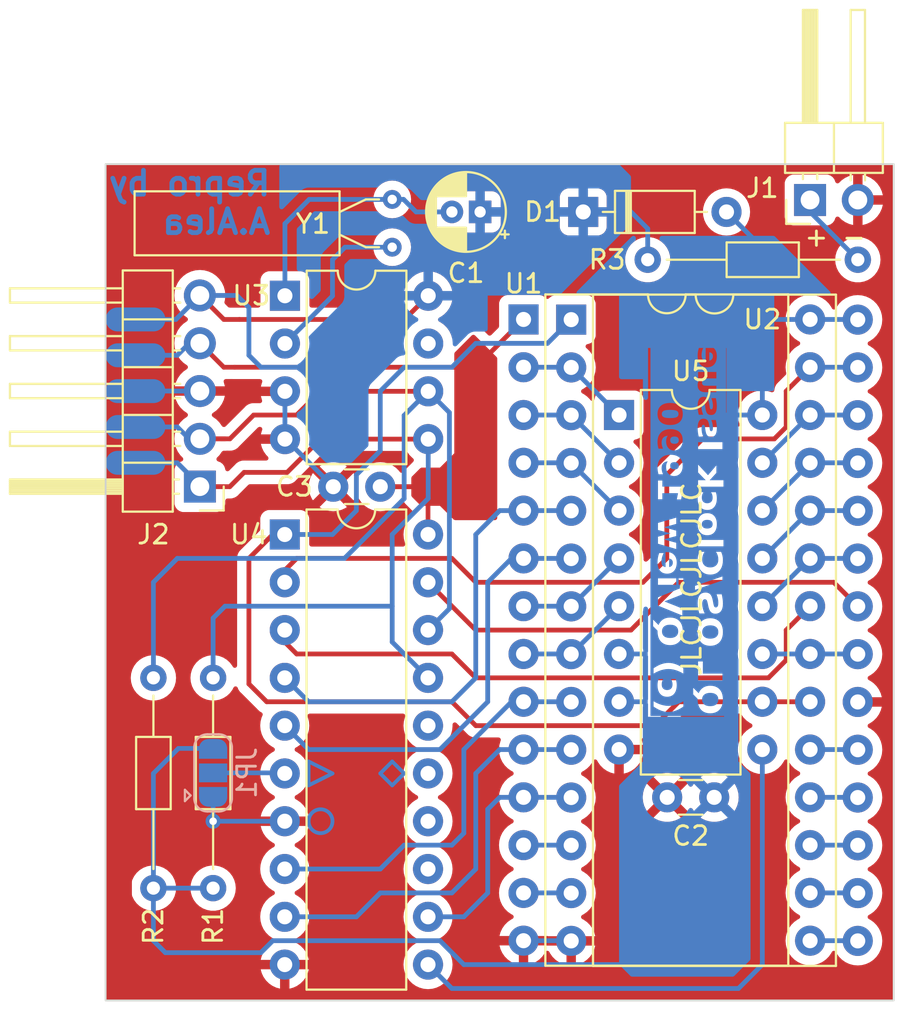
<source format=kicad_pcb>
(kicad_pcb (version 20240108) (generator "pcbnew") (generator_version "8.0")
  (title_block (title "Minerva MK II Reimagined") (date "2024-01-26") (rev "0.0") (company "Alvaro Alea Fernandez"))
  (layers (0 "F.Cu" signal) (31 "B.Cu" signal) (34 "B.Paste" user) (35 "F.Paste" user) (36 "B.SilkS" user "B.Silkscreen") (37 "F.SilkS" user "F.Silkscreen") (38 "B.Mask" user) (39 "F.Mask" user) (44 "Edge.Cuts" user))
  (net 0 "")
  (net 1 "VCC")
  (net 2 "Net-(U3-X1)")
  (net 3 "GND")
  (net 4 "/SCL")
  (net 5 "/SDA")
  (net 6 "/D0")
  (net 7 "/D1")
  (net 8 "/D2")
  (net 9 "/D3")
  (net 10 "/D4")
  (net 11 "/D5")
  (net 12 "/D6")
  (net 13 "/D7")
  (net 14 "Net-(J1-Pin_1)")
  (net 15 "/QL_ROMOE")
  (net 16 "Net-(U3-X2)")
  (net 18 "/IC_ROMOE")
  (net 21 "Net-(JP1-C)")
  (net 23 "/DECODE")
  (net 25 "/A15")
  (net 26 "/A12")
  (net 27 "/A7")
  (net 28 "/A6")
  (net 29 "/A5")
  (net 30 "/A4")
  (net 31 "/A3")
  (net 32 "/A2")
  (net 33 "/A1")
  (net 34 "/A0")
  (net 35 "/A10")
  (net 36 "/A11")
  (net 37 "/A9")
  (net 38 "/A8")
  (net 39 "/A13")
  (net 40 "/A14")
  (net 41 "/K")
  (net 42 "+5V")
  (footprint "Capacitor_THT:C_Disc_D3.0mm_W1.6mm_P2.50mm" (layer "F.Cu") (at 71.755 73.66 180)
    (property "Reference" "C3" (at 4.572 0 0) (layer "F.SilkS"))
    (property "Value" "C")
    (pad "1" thru_hole circle (at 0 0 180) (size 1.6 1.6) (drill 0.8) (layers "*.Cu" "*.Mask") (net 42 "+5V"))
    (pad "2" thru_hole circle (at 2.5 0 180) (size 1.6 1.6) (drill 0.8) (layers "*.Cu" "*.Mask") (net 3 "GND"))
  )
  (footprint "Crystal:Crystal_AT310_D3.0mm_L10.0mm_Horizontal" (layer "F.Cu") (at 72.39 58.39 -90)
    (property "Reference" "Y1" (at 1.3 4.21 0) (layer "F.SilkS"))
    (property "Value" "32.768 kHz")
    (pad "1" thru_hole circle (at 0 0 270) (size 1 1) (drill 0.5) (layers "*.Cu" "*.Mask") (net 2 "Net-(U3-X1)"))
    (pad "2" thru_hole circle (at 2.54 0 270) (size 1 1) (drill 0.5) (layers "*.Cu" "*.Mask") (net 16 "Net-(U3-X2)"))
  )
  (footprint "Package_DIP:DIP-20_W7.62mm" (layer "F.Cu") (at 66.675 76.2)
    (property "Reference" "U4" (at -1.905 0 0) (layer "F.SilkS"))
    (property "Value" "GAL16V8")
    (pad "1" thru_hole rect (at 0 0) (size 1.6 1.6) (drill 0.8) (layers "*.Cu" "*.Mask") (net 25 "/A15"))
    (pad "2" thru_hole oval (at 0 2.54) (size 1.6 1.6) (drill 0.8) (layers "*.Cu" "*.Mask") (net 40 "/A14"))
    (pad "3" thru_hole oval (at 0 5.08) (size 1.6 1.6) (drill 0.8) (layers "*.Cu" "*.Mask") (net 15 "/QL_ROMOE"))
    (pad "4" thru_hole oval (at 0 7.62) (size 1.6 1.6) (drill 0.8) (layers "*.Cu" "*.Mask") (net 29 "/A5"))
    (pad "5" thru_hole oval (at 0 10.16) (size 1.6 1.6) (drill 0.8) (layers "*.Cu" "*.Mask") (net 30 "/A4"))
    (pad "6" thru_hole oval (at 0 12.7) (size 1.6 1.6) (drill 0.8) (layers "*.Cu" "*.Mask") (net 21 "Net-(JP1-C)"))
    (pad "7" thru_hole oval (at 0 15.24) (size 1.6 1.6) (drill 0.8) (layers "*.Cu" "*.Mask") (net 3 "GND"))
    (pad "8" thru_hole oval (at 0 17.78) (size 1.6 1.6) (drill 0.8) (layers "*.Cu" "*.Mask") (net 33 "/A1"))
    (pad "9" thru_hole oval (at 0 20.32) (size 1.6 1.6) (drill 0.8) (layers "*.Cu" "*.Mask") (net 34 "/A0"))
    (pad "10" thru_hole oval (at 0 22.86) (size 1.6 1.6) (drill 0.8) (layers "*.Cu" "*.Mask") (net 3 "GND"))
    (pad "11" thru_hole oval (at 7.62 22.86) (size 1.6 1.6) (drill 0.8) (layers "*.Cu" "*.Mask") (net 23 "/DECODE"))
    (pad "12" thru_hole oval (at 7.62 20.32) (size 1.6 1.6) (drill 0.8) (layers "*.Cu" "*.Mask") (net 6 "/D0"))
    (pad "13" thru_hole oval (at 7.62 17.78) (size 1.6 1.6) (drill 0.8) (layers "*.Cu" "*.Mask"))
    (pad "14" thru_hole oval (at 7.62 15.24) (size 1.6 1.6) (drill 0.8) (layers "*.Cu" "*.Mask"))
    (pad "15" thru_hole oval (at 7.62 12.7) (size 1.6 1.6) (drill 0.8) (layers "*.Cu" "*.Mask"))
    (pad "16" thru_hole oval (at 7.62 10.16) (size 1.6 1.6) (drill 0.8) (layers "*.Cu" "*.Mask"))
    (pad "17" thru_hole oval (at 7.62 7.62) (size 1.6 1.6) (drill 0.8) (layers "*.Cu" "*.Mask") (net 5 "/SDA"))
    (pad "18" thru_hole oval (at 7.62 5.08) (size 1.6 1.6) (drill 0.8) (layers "*.Cu" "*.Mask") (net 4 "/SCL"))
    (pad "19" thru_hole oval (at 7.62 2.54) (size 1.6 1.6) (drill 0.8) (layers "*.Cu" "*.Mask") (net 18 "/IC_ROMOE"))
    (pad "20" thru_hole oval (at 7.62 0) (size 1.6 1.6) (drill 0.8) (layers "*.Cu" "*.Mask") (net 42 "+5V"))
  )
  (footprint "Connector_PinHeader_2.54mm:PinHeader_1x05_P2.54mm_Horizontal" (layer "F.Cu") (at 62.16 73.655 180)
    (property "Reference" "J2" (at 2.47 -2.545 180) (layer "F.SilkS"))
    (property "Value" "Conn_01x05_Pin")
    (pad "1" thru_hole rect (at 0 0 180) (size 1.7 1.7) (drill 1) (layers "*.Cu" "*.Mask") (net 5 "/SDA"))
    (pad "2" thru_hole oval (at 0 2.54 180) (size 1.7 1.7) (drill 1) (layers "*.Cu" "*.Mask") (net 4 "/SCL"))
    (pad "3" thru_hole oval (at 0 5.08 180) (size 1.7 1.7) (drill 1) (layers "*.Cu" "*.Mask") (net 3 "GND"))
    (pad "4" thru_hole oval (at 0 7.62 180) (size 1.7 1.7) (drill 1) (layers "*.Cu" "*.Mask") (net 42 "+5V"))
    (pad "5" thru_hole oval (at 0 10.16 180) (size 1.7 1.7) (drill 1) (layers "*.Cu" "*.Mask") (net 41 "/K"))
  )
  (footprint "Package_DIP:DIP-28_W15.24mm" (layer "F.Cu") (at 81.91 64.78)
    (property "Reference" "U2" (at 10.165 -0.01 0) (layer "F.SilkS"))
    (property "Value" "W27C512")
    (pad "1" thru_hole rect (at 0 0) (size 1.6 1.6) (drill 0.8) (layers "*.Cu" "*.Mask") (net 25 "/A15"))
    (pad "2" thru_hole oval (at 0 2.54) (size 1.6 1.6) (drill 0.8) (layers "*.Cu" "*.Mask") (net 26 "/A12"))
    (pad "3" thru_hole oval (at 0 5.08) (size 1.6 1.6) (drill 0.8) (layers "*.Cu" "*.Mask") (net 27 "/A7"))
    (pad "4" thru_hole oval (at 0 7.62) (size 1.6 1.6) (drill 0.8) (layers "*.Cu" "*.Mask") (net 28 "/A6"))
    (pad "5" thru_hole oval (at 0 10.16) (size 1.6 1.6) (drill 0.8) (layers "*.Cu" "*.Mask") (net 29 "/A5"))
    (pad "6" thru_hole oval (at 0 12.7) (size 1.6 1.6) (drill 0.8) (layers "*.Cu" "*.Mask") (net 30 "/A4"))
    (pad "7" thru_hole oval (at 0 15.24) (size 1.6 1.6) (drill 0.8) (layers "*.Cu" "*.Mask") (net 31 "/A3"))
    (pad "8" thru_hole oval (at 0 17.78) (size 1.6 1.6) (drill 0.8) (layers "*.Cu" "*.Mask") (net 32 "/A2"))
    (pad "9" thru_hole oval (at 0 20.32) (size 1.6 1.6) (drill 0.8) (layers "*.Cu" "*.Mask") (net 33 "/A1"))
    (pad "10" thru_hole oval (at 0 22.86) (size 1.6 1.6) (drill 0.8) (layers "*.Cu" "*.Mask") (net 34 "/A0"))
    (pad "11" thru_hole oval (at 0 25.4) (size 1.6 1.6) (drill 0.8) (layers "*.Cu" "*.Mask") (net 6 "/D0"))
    (pad "12" thru_hole oval (at 0 27.94) (size 1.6 1.6) (drill 0.8) (layers "*.Cu" "*.Mask") (net 7 "/D1"))
    (pad "13" thru_hole oval (at 0 30.48) (size 1.6 1.6) (drill 0.8) (layers "*.Cu" "*.Mask") (net 8 "/D2"))
    (pad "14" thru_hole oval (at 0 33.02) (size 1.6 1.6) (drill 0.8) (layers "*.Cu" "*.Mask") (net 3 "GND"))
    (pad "15" thru_hole oval (at 15.24 33.02) (size 1.6 1.6) (drill 0.8) (layers "*.Cu" "*.Mask") (net 9 "/D3"))
    (pad "16" thru_hole oval (at 15.24 30.48) (size 1.6 1.6) (drill 0.8) (layers "*.Cu" "*.Mask") (net 10 "/D4"))
    (pad "17" thru_hole oval (at 15.24 27.94) (size 1.6 1.6) (drill 0.8) (layers "*.Cu" "*.Mask") (net 11 "/D5"))
    (pad "18" thru_hole oval (at 15.24 25.4) (size 1.6 1.6) (drill 0.8) (layers "*.Cu" "*.Mask") (net 12 "/D6"))
    (pad "19" thru_hole oval (at 15.24 22.86) (size 1.6 1.6) (drill 0.8) (layers "*.Cu" "*.Mask") (net 13 "/D7"))
    (pad "20" thru_hole oval (at 15.24 20.32) (size 1.6 1.6) (drill 0.8) (layers "*.Cu" "*.Mask") (net 3 "GND"))
    (pad "21" thru_hole oval (at 15.24 17.78) (size 1.6 1.6) (drill 0.8) (layers "*.Cu" "*.Mask") (net 35 "/A10"))
    (pad "22" thru_hole oval (at 15.24 15.24) (size 1.6 1.6) (drill 0.8) (layers "*.Cu" "*.Mask") (net 18 "/IC_ROMOE"))
    (pad "23" thru_hole oval (at 15.24 12.7) (size 1.6 1.6) (drill 0.8) (layers "*.Cu" "*.Mask") (net 36 "/A11"))
    (pad "24" thru_hole oval (at 15.24 10.16) (size 1.6 1.6) (drill 0.8) (layers "*.Cu" "*.Mask") (net 37 "/A9"))
    (pad "25" thru_hole oval (at 15.24 7.62) (size 1.6 1.6) (drill 0.8) (layers "*.Cu" "*.Mask") (net 38 "/A8"))
    (pad "26" thru_hole oval (at 15.24 5.08) (size 1.6 1.6) (drill 0.8) (layers "*.Cu" "*.Mask") (net 39 "/A13"))
    (pad "27" thru_hole oval (at 15.24 2.54) (size 1.6 1.6) (drill 0.8) (layers "*.Cu" "*.Mask") (net 40 "/A14"))
    (pad "28" thru_hole oval (at 15.24 0) (size 1.6 1.6) (drill 0.8) (layers "*.Cu" "*.Mask") (net 1 "VCC"))
  )
  (footprint "Package_DIP:DIP-16_W7.62mm" (layer "F.Cu") (at 84.455 69.85)
    (property "Reference" "U5" (at 3.81 -2.33 0) (layer "F.SilkS"))
    (property "Value" "74LS133")
    (pad "1" thru_hole rect (at 0 0) (size 1.6 1.6) (drill 0.8) (layers "*.Cu" "*.Mask") (net 26 "/A12"))
    (pad "2" thru_hole oval (at 0 2.54) (size 1.6 1.6) (drill 0.8) (layers "*.Cu" "*.Mask") (net 27 "/A7"))
    (pad "3" thru_hole oval (at 0 5.08) (size 1.6 1.6) (drill 0.8) (layers "*.Cu" "*.Mask") (net 28 "/A6"))
    (pad "4" thru_hole oval (at 0 7.62) (size 1.6 1.6) (drill 0.8) (layers "*.Cu" "*.Mask") (net 31 "/A3"))
    (pad "5" thru_hole oval (at 0 10.16) (size 1.6 1.6) (drill 0.8) (layers "*.Cu" "*.Mask") (net 32 "/A2"))
    (pad "6" thru_hole oval (at 0 12.7) (size 1.6 1.6) (drill 0.8) (layers "*.Cu" "*.Mask") (net 1 "VCC"))
    (pad "7" thru_hole oval (at 0 15.24) (size 1.6 1.6) (drill 0.8) (layers "*.Cu" "*.Mask") (net 1 "VCC"))
    (pad "8" thru_hole oval (at 0 17.78) (size 1.6 1.6) (drill 0.8) (layers "*.Cu" "*.Mask") (net 3 "GND"))
    (pad "9" thru_hole oval (at 7.62 17.78) (size 1.6 1.6) (drill 0.8) (layers "*.Cu" "*.Mask") (net 23 "/DECODE"))
    (pad "10" thru_hole oval (at 7.62 15.24) (size 1.6 1.6) (drill 0.8) (layers "*.Cu" "*.Mask") (net 25 "/A15"))
    (pad "11" thru_hole oval (at 7.62 12.7) (size 1.6 1.6) (drill 0.8) (layers "*.Cu" "*.Mask") (net 35 "/A10"))
    (pad "12" thru_hole oval (at 7.62 10.16) (size 1.6 1.6) (drill 0.8) (layers "*.Cu" "*.Mask") (net 36 "/A11"))
    (pad "13" thru_hole oval (at 7.62 7.62) (size 1.6 1.6) (drill 0.8) (layers "*.Cu" "*.Mask") (net 37 "/A9"))
    (pad "14" thru_hole oval (at 7.62 5.08) (size 1.6 1.6) (drill 0.8) (layers "*.Cu" "*.Mask") (net 38 "/A8"))
    (pad "15" thru_hole oval (at 7.62 2.54) (size 1.6 1.6) (drill 0.8) (layers "*.Cu" "*.Mask") (net 39 "/A13"))
    (pad "16" thru_hole oval (at 7.62 0) (size 1.6 1.6) (drill 0.8) (layers "*.Cu" "*.Mask") (net 1 "VCC"))
  )
  (footprint "Connector_PinHeader_2.54mm:PinHeader_1x02_P2.54mm_Horizontal" (layer "F.Cu") (at 94.615 58.42 90)
    (property "Reference" "J1" (at 0.635 -2.54 180) (layer "F.SilkS"))
    (property "Value" "Conn_01x02_Pin")
    (pad "1" thru_hole rect (at 0 0 90) (size 1.7 1.7) (drill 1) (layers "*.Cu" "*.Mask") (net 14 "Net-(J1-Pin_1)"))
    (pad "2" thru_hole oval (at 0 2.54 90) (size 1.7 1.7) (drill 1) (layers "*.Cu" "*.Mask") (net 3 "GND"))
  )
  (footprint "Package_DIP:DIP-8_W7.62mm" (layer "F.Cu") (at 66.685 63.51)
    (property "Reference" "U3" (at -1.788 -0.01 0) (layer "F.SilkS"))
    (property "Value" "PCF8583P")
    (pad "1" thru_hole rect (at 0 0) (size 1.6 1.6) (drill 0.8) (layers "*.Cu" "*.Mask") (net 2 "Net-(U3-X1)"))
    (pad "2" thru_hole oval (at 0 2.54) (size 1.6 1.6) (drill 0.8) (layers "*.Cu" "*.Mask") (net 16 "Net-(U3-X2)"))
    (pad "3" thru_hole oval (at 0 5.08) (size 1.6 1.6) (drill 0.8) (layers "*.Cu" "*.Mask") (net 3 "GND"))
    (pad "4" thru_hole oval (at 0 7.62) (size 1.6 1.6) (drill 0.8) (layers "*.Cu" "*.Mask") (net 3 "GND"))
    (pad "5" thru_hole oval (at 7.62 7.62) (size 1.6 1.6) (drill 0.8) (layers "*.Cu" "*.Mask") (net 5 "/SDA"))
    (pad "6" thru_hole oval (at 7.62 5.08) (size 1.6 1.6) (drill 0.8) (layers "*.Cu" "*.Mask") (net 4 "/SCL"))
    (pad "7" thru_hole oval (at 7.62 2.54) (size 1.6 1.6) (drill 0.8) (layers "*.Cu" "*.Mask"))
    (pad "8" thru_hole oval (at 7.62 0) (size 1.6 1.6) (drill 0.8) (layers "*.Cu" "*.Mask") (net 41 "/K"))
  )
  (footprint "Package_DIP:DIP-28_W15.24mm" (layer "F.Cu") (at 79.375 64.77)
    (property "Reference" "U1" (at 0 -1.905 0) (layer "F.SilkS"))
    (property "Value" "Socket to QL")
    (pad "1" thru_hole rect (at 0 0) (size 1.6 1.6) (drill 0.8) (layers "*.Cu" "*.Mask") (net 42 "+5V"))
    (pad "2" thru_hole oval (at 0 2.54) (size 1.6 1.6) (drill 0.8) (layers "*.Cu" "*.Mask") (net 26 "/A12"))
    (pad "3" thru_hole oval (at 0 5.08) (size 1.6 1.6) (drill 0.8) (layers "*.Cu" "*.Mask") (net 27 "/A7"))
    (pad "4" thru_hole oval (at 0 7.62) (size 1.6 1.6) (drill 0.8) (layers "*.Cu" "*.Mask") (net 28 "/A6"))
    (pad "5" thru_hole oval (at 0 10.16) (size 1.6 1.6) (drill 0.8) (layers "*.Cu" "*.Mask") (net 29 "/A5"))
    (pad "6" thru_hole oval (at 0 12.7) (size 1.6 1.6) (drill 0.8) (layers "*.Cu" "*.Mask") (net 30 "/A4"))
    (pad "7" thru_hole oval (at 0 15.24) (size 1.6 1.6) (drill 0.8) (layers "*.Cu" "*.Mask") (net 31 "/A3"))
    (pad "8" thru_hole oval (at 0 17.78) (size 1.6 1.6) (drill 0.8) (layers "*.Cu" "*.Mask") (net 32 "/A2"))
    (pad "9" thru_hole oval (at 0 20.32) (size 1.6 1.6) (drill 0.8) (layers "*.Cu" "*.Mask") (net 33 "/A1"))
    (pad "10" thru_hole oval (at 0 22.86) (size 1.6 1.6) (drill 0.8) (layers "*.Cu" "*.Mask") (net 34 "/A0"))
    (pad "11" thru_hole oval (at 0 25.4) (size 1.6 1.6) (drill 0.8) (layers "*.Cu" "*.Mask") (net 6 "/D0"))
    (pad "12" thru_hole oval (at 0 27.94) (size 1.6 1.6) (drill 0.8) (layers "*.Cu" "*.Mask") (net 7 "/D1"))
    (pad "13" thru_hole oval (at 0 30.48) (size 1.6 1.6) (drill 0.8) (layers "*.Cu" "*.Mask") (net 8 "/D2"))
    (pad "14" thru_hole oval (at 0 33.02) (size 1.6 1.6) (drill 0.8) (layers "*.Cu" "*.Mask") (net 3 "GND"))
    (pad "15" thru_hole oval (at 15.24 33.02) (size 1.6 1.6) (drill 0.8) (layers "*.Cu" "*.Mask") (net 9 "/D3"))
    (pad "16" thru_hole oval (at 15.24 30.48) (size 1.6 1.6) (drill 0.8) (layers "*.Cu" "*.Mask") (net 10 "/D4"))
    (pad "17" thru_hole oval (at 15.24 27.94) (size 1.6 1.6) (drill 0.8) (layers "*.Cu" "*.Mask") (net 11 "/D5"))
    (pad "18" thru_hole oval (at 15.24 25.4) (size 1.6 1.6) (drill 0.8) (layers "*.Cu" "*.Mask") (net 12 "/D6"))
    (pad "19" thru_hole oval (at 15.24 22.86) (size 1.6 1.6) (drill 0.8) (layers "*.Cu" "*.Mask") (net 13 "/D7"))
    (pad "20" thru_hole oval (at 15.24 20.32) (size 1.6 1.6) (drill 0.8) (layers "*.Cu" "*.Mask") (net 25 "/A15"))
    (pad "21" thru_hole oval (at 15.24 17.78) (size 1.6 1.6) (drill 0.8) (layers "*.Cu" "*.Mask") (net 35 "/A10"))
    (pad "22" thru_hole oval (at 15.24 15.24) (size 1.6 1.6) (drill 0.8) (layers "*.Cu" "*.Mask") (net 15 "/QL_ROMOE"))
    (pad "23" thru_hole oval (at 15.24 12.7) (size 1.6 1.6) (drill 0.8) (layers "*.Cu" "*.Mask") (net 36 "/A11"))
    (pad "24" thru_hole oval (at 15.24 10.16) (size 1.6 1.6) (drill 0.8) (layers "*.Cu" "*.Mask") (net 37 "/A9"))
    (pad "25" thru_hole oval (at 15.24 7.62) (size 1.6 1.6) (drill 0.8) (layers "*.Cu" "*.Mask") (net 38 "/A8"))
    (pad "26" thru_hole oval (at 15.24 5.08) (size 1.6 1.6) (drill 0.8) (layers "*.Cu" "*.Mask") (net 39 "/A13"))
    (pad "27" thru_hole oval (at 15.24 2.54) (size 1.6 1.6) (drill 0.8) (layers "*.Cu" "*.Mask") (net 40 "/A14"))
    (pad "28" thru_hole oval (at 15.24 0) (size 1.6 1.6) (drill 0.8) (layers "*.Cu" "*.Mask") (net 1 "VCC"))
  )
  (footprint "8bits:R_Axial_DIN0204_L3.6mm_D1.6mm_P11.17mm_Horizontal" (layer "F.Cu") (at 59.69 91.44 90)
    (property "Reference" "R2" (at -5.588 0 90) (layer "F.SilkS"))
    (property "Value" "2K2")
    (pad "1" thru_hole circle (at -3.556 0 90) (size 1.4 1.4) (drill 0.7) (layers "*.Cu" "*.Mask") (net 1 "VCC"))
    (pad "2" thru_hole oval (at 7.62 0 90) (size 1.4 1.4) (drill 0.7) (layers "*.Cu" "*.Mask") (net 4 "/SCL"))
  )
  (footprint "Capacitor_THT:C_Disc_D3.0mm_W1.6mm_P2.50mm" (layer "F.Cu") (at 89.515 90.17 180)
    (property "Reference" "C2" (at 1.25 -2.05 0) (layer "F.SilkS"))
    (property "Value" "C")
    (pad "1" thru_hole circle (at 0 0 180) (size 1.6 1.6) (drill 0.8) (layers "*.Cu" "*.Mask") (net 1 "VCC"))
    (pad "2" thru_hole circle (at 2.5 0 180) (size 1.6 1.6) (drill 0.8) (layers "*.Cu" "*.Mask") (net 3 "GND"))
  )
  (footprint "8bits:R_Axial_DIN0204_L3.6mm_D1.6mm_P11.17mm_Horizontal" (layer "F.Cu") (at 62.865 91.44 90)
    (property "Reference" "R1" (at -5.588 0 90) (layer "F.SilkS"))
    (property "Value" "2K2")
    (pad "1" thru_hole circle (at -3.556 0 90) (size 1.4 1.4) (drill 0.7) (layers "*.Cu" "*.Mask") (net 1 "VCC"))
    (pad "2" thru_hole oval (at 7.62 0 90) (size 1.4 1.4) (drill 0.7) (layers "*.Cu" "*.Mask") (net 5 "/SDA"))
  )
  (footprint "Capacitor_THT:CP_Radial_D4.0mm_P1.50mm" (layer "F.Cu") (at 77.065 59.055 180)
    (property "Reference" "C1" (at 0.75 -3.25 0) (layer "F.SilkS"))
    (property "Value" "30p Variable")
    (pad "1" thru_hole rect (at 0 0 180) (size 1.2 1.2) (drill 0.6) (layers "*.Cu" "*.Mask") (net 41 "/K"))
    (pad "2" thru_hole circle (at 1.5 0 180) (size 1.2 1.2) (drill 0.6) (layers "*.Cu" "*.Mask") (net 2 "Net-(U3-X1)"))
  )
  (footprint "8bits:R_Axial_DIN0204_L3.6mm_D1.6mm_P11.17mm_Horizontal" (layer "F.Cu") (at 89.535 61.595)
    (property "Reference" "R3" (at -5.715 0 0) (layer "F.SilkS"))
    (property "Value" "120")
    (pad "1" thru_hole circle (at -3.556 0) (size 1.4 1.4) (drill 0.7) (layers "*.Cu" "*.Mask") (net 41 "/K"))
    (pad "2" thru_hole oval (at 7.62 0) (size 1.4 1.4) (drill 0.7) (layers "*.Cu" "*.Mask") (net 14 "Net-(J1-Pin_1)"))
  )
  (footprint "Diode_THT:D_DO-35_SOD27_P7.62mm_Horizontal" (layer "F.Cu") (at 82.55 59.055)
    (property "Reference" "D1" (at -2.159 0 0) (layer "F.SilkS"))
    (property "Value" "BAT42")
    (pad "1" thru_hole rect (at 0 0) (size 1.6 1.6) (drill 0.8) (layers "*.Cu" "*.Mask") (net 41 "/K"))
    (pad "2" thru_hole oval (at 7.62 0) (size 1.6 1.6) (drill 0.8) (layers "*.Cu" "*.Mask") (net 1 "VCC"))
  )
  (footprint "Jumper:SolderJumper-3_P1.3mm_Open_RoundedPad1.0x1.5mm" (layer "B.Cu") (at 62.865 88.87 90)
    (property "Reference" "JP1" (at 0 1.8 90) (layer "B.SilkS") (effects (justify mirror)))
    (property "Value" "SolderJumper_3_Open")
    (pad "1" smd custom (at -1.3 0 90) (size 1 0.5) (layers "B.Cu" "B.Mask") (net 3 "GND") (options (clearance outline) (anchor rect)) (primitives (gr_circle (center 0 -0.25) (end 0.5 -0.25) (width 0) (fill yes)) (gr_circle (center 0 0.25) (end 0.5 0.25) (width 0) (fill yes)) (gr_poly (pts (xy 0.55 -0.75) (xy 0 -0.75) (xy 0 0.75) (xy 0.55 0.75)) (width 0) (fill yes))))
    (pad "2" smd rect (at 0 0 90) (size 1 1.5) (layers "B.Cu" "B.Mask") (net 21 "Net-(JP1-C)"))
    (pad "3" smd custom (at 1.3 0 90) (size 1 0.5) (layers "B.Cu" "B.Mask") (net 1 "VCC") (options (clearance outline) (anchor rect)) (primitives (gr_circle (center 0 -0.25) (end 0.5 -0.25) (width 0) (fill yes)) (gr_circle (center 0 0.25) (end 0.5 0.25) (width 0) (fill yes)) (gr_poly (pts (xy 0 -0.75) (xy -0.55 -0.75) (xy -0.55 0.75) (xy 0 0.75)) (width 0) (fill yes))))
  )
  (gr_line (start 67.945 89.535) (end 67.945 88.265) (stroke (width 0.2)) (layer "B.Cu"))
  (gr_circle (center 68.58 91.44) (end 69.215 91.44) (stroke (width 0.2)) (fill none) (layer "B.Cu"))
  (gr_line (start 72.39 88.265) (end 73.025 88.9) (stroke (width 0.2)) (layer "B.Cu"))
  (gr_line (start 72.39 89.535) (end 71.755 88.9) (stroke (width 0.2)) (layer "B.Cu"))
  (gr_line (start 73.025 88.9) (end 72.39 89.535) (stroke (width 0.2)) (layer "B.Cu"))
  (gr_line (start 69.215 88.9) (end 67.945 89.535) (stroke (width 0.2)) (layer "B.Cu"))
  (gr_line (start 71.755 88.9) (end 72.39 88.265) (stroke (width 0.2)) (layer "B.Cu"))
  (gr_line (start 67.945 88.265) (end 69.215 88.9) (stroke (width 0.2)) (layer "B.Cu"))
  (gr_rect (start 57.15 56.515) (end 99.06 100.965) (stroke (width 0.1)) (fill none) (layer "Edge.Cuts"))
  (gr_text "Repro by\nA.Alea" (at 66.04 60.325 0) (layer "B.Cu") (effects (font (size 1.27 1.27) (thickness 0.254) (bold yes)) (justify left bottom mirror)))
  (gr_text "QL OS/Clock Issue B \n(c) QView 1990" (at 86.3092 85.8012 270) (layer "B.Cu" knockout) (effects (font (size 1.27 1.397) (thickness 0.254) (bold yes)) (justify left bottom mirror)))
  (gr_text "JLCJLCJLCJLC" (at 88.9 83.82 90) (layer "F.SilkS") (effects (font (size 1 1)) (justify left bottom)))
  (gr_text "+ -" (at 94.234 60.96 0) (layer "F.SilkS") (effects (font (size 1 1)) (justify left bottom)))
  (segment (start 90.17 69.85) (end 92.075 69.85) (width 0.254) (layer "B.Cu") (net 1))
  (segment (start 90.805 88.9) (end 90.17 88.265) (width 0.254) (layer "B.Cu") (net 1))
  (segment (start 85.852 88.265) (end 85.852 85.09) (width 0.25) (layer "B.Cu") (net 1))
  (segment (start 62.865 87.57) (end 61.02 87.57) (width 0.25) (layer "B.Cu") (net 1))
  (segment (start 85.852 82.55) (end 85.852 85.09) (width 0.25) (layer "B.Cu") (net 1))
  (segment (start 92.075 60.96) (end 90.17 59.055) (width 0.254) (layer "B.Cu") (net 1))
  (segment (start 59.69 88.9) (end 59.69 97.79) (width 0.254) (layer "B.Cu") (net 1))
  (segment (start 62.865 94.996) (end 59.69 94.996) (width 0.254) (layer "B.Cu") (net 1))
  (segment (start 89.515 90.17) (end 90.785 88.9) (width 0.254) (layer "B.Cu") (net 1))
  (segment (start 60.325 98.425) (end 65.405 98.425) (width 0.254) (layer "B.Cu") (net 1))
  (segment (start 74.93 97.79) (end 76.2 99.06) (width 0.254) (layer "B.Cu") (net 1))
  (segment (start 88.265 91.42) (end 89.515 90.17) (width 0.254) (layer "B.Cu") (net 1))
  (segment (start 61.02 87.57) (end 59.69 88.9) (width 0.25) (layer "B.Cu") (net 1))
  (segment (start 90.17 88.265) (end 90.17 69.85) (width 0.254) (layer "B.Cu") (net 1))
  (segment (start 92.075 69.85) (end 92.075 64.77) (width 0.254) (layer "B.Cu") (net 1))
  (segment (start 94.615 64.77) (end 92.075 64.77) (width 0.254) (layer "B.Cu") (net 1))
  (segment (start 85.852 85.09) (end 84.455 85.09) (width 0.25) (layer "B.Cu") (net 1))
  (segment (start 94.615 64.77) (end 97.14 64.77) (width 0.254) (layer "B.Cu") (net 1))
  (segment (start 90.785 88.9) (end 90.805 88.9) (width 0.254) (layer "B.Cu") (net 1))
  (segment (start 65.405 98.425) (end 66.04 97.79) (width 0.254) (layer "B.Cu") (net 1))
  (segment (start 88.265 91.44) (end 88.265 91.42) (width 0.254) (layer "B.Cu") (net 1))
  (segment (start 59.69 97.79) (end 60.325 98.425) (width 0.254) (layer "B.Cu") (net 1))
  (segment (start 66.04 97.79) (end 74.93 97.79) (width 0.254) (layer "B.Cu") (net 1))
  (segment (start 92.075 64.77) (end 92.075 60.96) (width 0.254) (layer "B.Cu") (net 1))
  (segment (start 76.2 99.06) (end 87.63 99.06) (width 0.254) (layer "B.Cu") (net 1))
  (segment (start 84.455 82.55) (end 85.852 82.55) (width 0.25) (layer "B.Cu") (net 1))
  (segment (start 87.63 99.06) (end 87.63 92.075) (width 0.254) (layer "B.Cu") (net 1))
  (segment (start 90.17 88.265) (end 85.852 88.265) (width 0.25) (layer "B.Cu") (net 1))
  (segment (start 87.63 92.075) (end 88.265 91.44) (width 0.254) (layer "B.Cu") (net 1))
  (segment (start 71.52 58.39) (end 72.995 58.39) (width 0.254) (layer "B.Cu") (net 2))
  (segment (start 66.685 59.68) (end 67.975 58.39) (width 0.254) (layer "B.Cu") (net 2))
  (segment (start 72.995 58.39) (end 73.66 59.055) (width 0.254) (layer "B.Cu") (net 2))
  (segment (start 75.565 59.055) (end 73.66 59.055) (width 0.254) (layer "B.Cu") (net 2))
  (segment (start 71.52 58.39) (end 67.975 58.39) (width 0.254) (layer "B.Cu") (net 2))
  (segment (start 66.685 63.51) (end 66.685 59.68) (width 0.254) (layer "B.Cu") (net 2))
  (segment (start 84.455 87.63) (end 84.455 93.4) (width 0.254) (layer "F.Cu") (net 3))
  (segment (start 84.455 100.33) (end 82.55 100.33) (width 0.254) (layer "F.Cu") (net 3))
  (segment (start 98.775 99.345) (end 97.79 100.33) (width 0.254) (layer "F.Cu") (net 3))
  (segment (start 84.455 92.73) (end 84.455 93.4) (width 0.254) (layer "F.Cu") (net 3))
  (segment (start 62.23 91.44) (end 61.595 91.44) (width 0.25) (layer "F.Cu") (net 3))
  (segment (start 62.23 91.44) (end 59.69 91.44) (width 0.25) (layer "F.Cu") (net 3))
  (segment (start 73.2155 100.33) (end 69.215 100.33) (width 0.254) (layer "F.Cu") (net 3))
  (segment (start 81.915 100.33) (end 81.91 100.325) (width 0.254) (layer "F.Cu") (net 3))
  (segment (start 73.406 100.5205) (end 73.2155 100.33) (width 0.254) (layer "F.Cu") (net 3))
  (segment (start 67.945 99.06) (end 64.135 99.06) (width 0.254) (layer "F.Cu") (net 3))
  (segment (start 61.595 91.44) (end 66.04 91.44) (width 0.25) (layer "F.Cu") (net 3))
  (segment (start 82.55 100.33) (end 75.5015 100.33) (width 0.254) (layer "F.Cu") (net 3))
  (segment (start 82.55 100.33) (end 81.915 100.33) (width 0.254) (layer "F.Cu") (net 3))
  (segment (start 58.42 99.06) (end 59.69 100.33) (width 0.25) (layer "F.Cu") (net 3))
  (segment (start 87.015 100.31) (end 86.995 100.33) (width 0.254) (layer "F.Cu") (net 3))
  (segment (start 81.91 100.325) (end 81.91 97.8) (width 0.254) (layer "F.Cu") (net 3))
  (segment (start 98.775 85.1) (end 98.775 99.345) (width 0.254) (layer "F.Cu") (net 3))
  (segment (start 69.215 100.33) (end 67.945 99.06) (width 0.254) (layer "F.Cu") (net 3))
  (segment (start 75.311 100.5205) (end 73.406 100.5205) (width 0.254) (layer "F.Cu") (net 3))
  (segment (start 58.42 92.71) (end 58.42 99.06) (width 0.25) (layer "F.Cu") (net 3))
  (segment (start 87.015 90.17) (end 84.455 92.73) (width 0.254) (layer "F.Cu") (net 3))
  (segment (start 97.15 85.1) (end 98.775 85.1) (width 0.254) (layer "F.Cu") (net 3))
  (segment (start 59.69 91.44) (end 58.42 92.71) (width 0.25) (layer "F.Cu") (net 3))
  (segment (start 84.455 93.4) (end 84.455 100.33) (width 0.254) (layer "F.Cu") (net 3))
  (segment (start 75.5015 100.33) (end 75.311 100.5205) (width 0.254) (layer "F.Cu") (net 3))
  (segment (start 64.135 99.06) (end 62.865 100.33) (width 0.254) (layer "F.Cu") (net 3))
  (segment (start 97.79 100.33) (end 86.995 100.33) (width 0.254) (layer "F.Cu") (net 3))
  (segment (start 62.865 100.33) (end 59.69 100.33) (width 0.254) (layer "F.Cu") (net 3))
  (segment (start 86.995 100.33) (end 84.455 100.33) (width 0.254) (layer "F.Cu") (net 3))
  (via (at 62.865 91.44) (size 0.8) (drill 0.4) (layers "F.Cu" "B.Cu") (net 3))
  (segment (start 62.16 68.575) (end 59.695 68.575) (width 0.254) (layer "B.Cu") (net 3))
  (segment (start 59.69 68.58) (end 57.785 68.58) (width 1.27) (layer "B.Cu") (net 3))
  (segment (start 62.865 91.44) (end 62.865 90.17) (width 0.25) (layer "B.Cu") (net 3))
  (segment (start 69.255 73.66) (end 66.725 71.13) (width 0.25) (layer "B.Cu") (net 3))
  (segment (start 66.725 71.13) (end 66.685 71.13) (width 0.25) (layer "B.Cu") (net 3))
  (segment (start 79.375 97.79) (end 81.9 97.79) (width 0.254) (layer "B.Cu") (net 3))
  (segment (start 59.695 68.575) (end 59.69 68.58) (width 0.254) (layer "B.Cu") (net 3))
  (segment (start 66.675 91.44) (end 62.865 91.44) (width 0.25) (layer "B.Cu") (net 3))
  (segment (start 66.685 71.13) (end 66.685 68.59) (width 0.254) (layer "B.Cu") (net 3))
  (segment (start 68.57 68.59) (end 73.67 68.59) (width 0.254) (layer "F.Cu") (net 4))
  (segment (start 65.024 69.85) (end 67.31 69.85) (width 0.254) (layer "F.Cu") (net 4))
  (segment (start 67.31 69.85) (end 68.57 68.59) (width 0.254) (layer "F.Cu") (net 4))
  (segment (start 63.759 71.115) (end 65.024 69.85) (width 0.254) (layer "F.Cu") (net 4))
  (segment (start 62.16 71.115) (end 63.759 71.115) (width 0.254) (layer "F.Cu") (net 4))
  (segment (start 61.525 71.115) (end 63.5 71.12) (width 0.254) (layer "F.Cu") (net 4))
  (segment (start 69.85 77.47) (end 73.025 74.295) (width 0.254) (layer "B.Cu") (net 4))
  (segment (start 59.69 78.74) (end 60.96 77.47) (width 0.254) (layer "B.Cu") (net 4))
  (segment (start 62.16 71.115) (end 61.59 71.115) (width 0.254) (layer "B.Cu") (net 4))
  (segment (start 61.59 71.115) (end 60.96 70.485) (width 0.254) (layer "B.Cu") (net 4))
  (segment (start 59.69 70.485) (end 57.785 70.485) (width 1.27) (layer "B.Cu") (net 4))
  (segment (start 60.96 77.47) (end 69.85 77.47) (width 0.254) (layer "B.Cu") (net 4))
  (segment (start 59.69 70.485) (end 60.96 70.485) (width 0.254) (layer "B.Cu") (net 4))
  (segment (start 59.69 83.82) (end 59.69 78.74) (width 0.254) (layer "B.Cu") (net 4))
  (segment (start 73.025 69.87) (end 74.305 68.59) (width 0.254) (layer "B.Cu") (net 4))
  (segment (start 74.305 68.59) (end 75.432 69.717) (width 0.254) (layer "B.Cu") (net 4))
  (segment (start 75.432 80.143) (end 74.295 81.28) (width 0.254) (layer "B.Cu") (net 4))
  (segment (start 75.432 69.717) (end 75.432 80.143) (width 0.254) (layer "B.Cu") (net 4))
  (segment (start 73.025 74.295) (end 73.025 69.87) (width 0.254) (layer "B.Cu") (net 4))
  (segment (start 68.57 71.13) (end 66.802 72.898) (width 0.254) (layer "F.Cu") (net 5))
  (segment (start 64.513469 72.898) (end 63.754 73.657469) (width 0.254) (layer "F.Cu") (net 5))
  (segment (start 63.754 73.657469) (end 61.525 73.655) (width 0.254) (layer "F.Cu") (net 5))
  (segment (start 73.67 71.13) (end 68.57 71.13) (width 0.254) (layer "F.Cu") (net 5))
  (segment (start 66.802 72.898) (end 64.513469 72.898) (width 0.254) (layer "F.Cu") (net 5))
  (segment (start 59.69 72.39) (end 57.785 72.39) (width 1.27) (layer "B.Cu") (net 5))
  (segment (start 72.39 76.2) (end 74.305 74.285) (width 0.254) (layer "B.Cu") (net 5))
  (segment (start 60.96 72.39) (end 59.69 72.39) (width 0.254) (layer "B.Cu") (net 5))
  (segment (start 74.305 71.13) (end 74.305 74.285) (width 0.254) (layer "B.Cu") (net 5))
  (segment (start 62.16 73.59) (end 60.96 72.39) (width 0.254) (layer "B.Cu") (net 5))
  (segment (start 72.39 80.01) (end 72.39 76.2) (width 0.254) (layer "B.Cu") (net 5))
  (segment (start 63.5 80.01) (end 72.39 80.01) (width 0.254) (layer "B.Cu") (net 5))
  (segment (start 72.39 81.915) (end 72.39 80.01) (width 0.254) (layer "B.Cu") (net 5))
  (segment (start 63.5 80.01) (end 62.865 80.645) (width 0.254) (layer "B.Cu") (net 5))
  (segment (start 74.295 83.82) (end 72.39 81.915) (width 0.254) (layer "B.Cu") (net 5))
  (segment (start 62.865 80.645) (end 62.865 83.82) (width 0.254) (layer "B.Cu") (net 5))
  (segment (start 77.47 95.25) (end 77.47 90.805) (width 0.254) (layer "B.Cu") (net 6))
  (segment (start 77.47 90.805) (end 78.105 90.17) (width 0.254) (layer "B.Cu") (net 6))
  (segment (start 78.105 90.17) (end 79.375 90.17) (width 0.254) (layer "B.Cu") (net 6))
  (segment (start 73.66 96.52) (end 76.2 96.52) (width 0.254) (layer "B.Cu") (net 6))
  (segment (start 76.2 96.52) (end 77.47 95.25) (width 0.254) (layer "B.Cu") (net 6))
  (segment (start 79.375 90.17) (end 81.9 90.17) (width 0.254) (layer "B.Cu") (net 6))
  (segment (start 79.375 92.71) (end 81.9 92.71) (width 0.254) (layer "B.Cu") (net 7))
  (segment (start 79.375 95.25) (end 81.9 95.25) (width 0.254) (layer "B.Cu") (net 8))
  (segment (start 94.615 97.79) (end 97.14 97.79) (width 0.254) (layer "B.Cu") (net 9))
  (segment (start 94.615 95.25) (end 97.14 95.25) (width 0.254) (layer "B.Cu") (net 10))
  (segment (start 94.615 92.71) (end 97.14 92.71) (width 0.254) (layer "B.Cu") (net 11))
  (segment (start 94.615 90.17) (end 97.14 90.17) (width 0.254) (layer "B.Cu") (net 12))
  (segment (start 94.615 87.63) (end 97.14 87.63) (width 0.254) (layer "B.Cu") (net 13))
  (segment (start 97.155 61.595) (end 94.615 59.055) (width 0.254) (layer "B.Cu") (net 14))
  (segment (start 67.31 82.55) (end 75.565 82.55) (width 0.254) (layer "F.Cu") (net 15))
  (segment (start 66.04 81.28) (end 67.31 82.55) (width 0.254) (layer "F.Cu") (net 15))
  (segment (start 93.345 81.28) (end 94.615 80.01) (width 0.254) (layer "F.Cu") (net 15))
  (segment (start 75.565 82.55) (end 76.835 83.82) (width 0.254) (layer "F.Cu") (net 15))
  (segment (start 76.835 83.82) (end 92.398819 83.82) (width 0.254) (layer "F.Cu") (net 15))
  (segment (start 92.398819 83.82) (end 93.345 82.873819) (width 0.254) (layer "F.Cu") (net 15))
  (segment (start 93.345 82.873819) (end 93.345 81.28) (width 0.254) (layer "F.Cu") (net 15))
  (segment (start 72.39 60.93) (end 71.52 60.93) (width 0.25) (layer "B.Cu") (net 16))
  (segment (start 66.685 66.05) (end 69.215 63.52) (width 0.254) (layer "B.Cu") (net 16))
  (segment (start 71.52 60.93) (end 69.88 60.93) (width 0.254) (layer "B.Cu") (net 16))
  (segment (start 69.215 63.52) (end 69.215 61.595) (width 0.254) (layer "B.Cu") (net 16))
  (segment (start 69.215 61.595) (end 69.85 60.96) (width 0.254) (layer "B.Cu") (net 16))
  (segment (start 69.88 60.93) (end 69.85 60.96) (width 0.254) (layer "B.Cu") (net 16))
  (segment (start 97.15 80.02) (end 95.87 78.74) (width 0.254) (layer "F.Cu") (net 18))
  (segment (start 74.295 78.74) (end 76.835 81.28) (width 0.25) (layer "F.Cu") (net 18))
  (segment (start 85.09 81.28) (end 77.47 81.28) (width 0.254) (layer "F.Cu") (net 18))
  (segment (start 87.63 78.74) (end 85.09 81.28) (width 0.254) (layer "F.Cu") (net 18))
  (segment (start 76.835 81.28) (end 77.47 81.28) (width 0.25) (layer "F.Cu") (net 18))
  (segment (start 95.87 78.74) (end 87.63 78.74) (width 0.254) (layer "F.Cu") (net 18))
  (segment (start 62.865 88.87) (end 66.645 88.87) (width 0.25) (layer "B.Cu") (net 21))
  (segment (start 74.295 99.06) (end 75.565 100.33) (width 0.254) (layer "B.Cu") (net 23))
  (segment (start 92.075 99.06) (end 92.075 87.63) (width 0.254) (layer "B.Cu") (net 23))
  (segment (start 75.565 100.33) (end 90.805 100.33) (width 0.254) (layer "B.Cu") (net 23))
  (segment (start 90.805 100.33) (end 92.075 99.06) (width 0.254) (layer "B.Cu") (net 23))
  (segment (start 64.77 84.143819) (end 65.716181 85.09) (width 0.254) (layer "F.Cu") (net 25))
  (segment (start 94.615 85.09) (end 92.075 85.09) (width 0.254) (layer "F.Cu") (net 25))
  (segment (start 65.716181 85.09) (end 75.565 85.09) (width 0.254) (layer "F.Cu") (net 25))
  (segment (start 75.565 85.09) (end 76.835 86.36) (width 0.254) (layer "F.Cu") (net 25))
  (segment (start 86.36 86.36) (end 87.63 85.09) (width 0.254) (layer "F.Cu") (net 25))
  (segment (start 64.77 77.47) (end 64.77 84.143819) (width 0.254) (layer "F.Cu") (net 25))
  (segment (start 87.63 85.09) (end 92.075 85.09) (width 0.254) (layer "F.Cu") (net 25))
  (segment (start 66.04 76.2) (end 64.77 77.47) (width 0.254) (layer "F.Cu") (net 25))
  (segment (start 76.835 86.36) (end 86.36 86.36) (width 0.254) (layer "F.Cu") (net 25))
  (segment (start 75.565 67.31) (end 73.025 67.31) (width 0.254) (layer "B.Cu") (net 25))
  (segment (start 69.215 76.2) (end 66.675 76.2) (width 0.254) (layer "B.Cu") (net 25))
  (segment (start 76.835 66.04) (end 75.565 67.31) (width 0.254) (layer "B.Cu") (net 25))
  (segment (start 80.65 66.04) (end 76.835 66.04) (width 0.254) (layer "B.Cu") (net 25))
  (segment (start 70.485 74.93) (end 69.215 76.2) (width 0.254) (layer "B.Cu") (net 25))
  (segment (start 73.025 67.31) (end 71.755 68.58) (width 0.254) (layer "B.Cu") (net 25))
  (segment (start 71.755 71.755) (end 70.485 73.025) (width 0.254) (layer "B.Cu") (net 25))
  (segment (start 81.91 64.78) (end 80.65 66.04) (width 0.254) (layer "B.Cu") (net 25))
  (segment (start 70.485 73.025) (end 70.485 74.93) (width 0.254) (layer "B.Cu") (net 25))
  (segment (start 71.755 68.58) (end 71.755 71.755) (width 0.254) (layer "B.Cu") (net 25))
  (segment (start 79.375 67.31) (end 81.9 67.31) (width 0.254) (layer "B.Cu") (net 26))
  (segment (start 81.91 67.32) (end 84.44 69.85) (width 0.254) (layer "B.Cu") (net 26))
  (segment (start 79.375 69.85) (end 81.9 69.85) (width 0.254) (layer "B.Cu") (net 27))
  (segment (start 81.91 69.86) (end 84.44 72.39) (width 0.254) (layer "B.Cu") (net 27))
  (segment (start 79.375 72.39) (end 81.9 72.39) (width 0.254) (layer "B.Cu") (net 28))
  (segment (start 81.91 72.4) (end 84.44 74.93) (width 0.254) (layer "B.Cu") (net 28))
  (segment (start 67.945 85.09) (end 75.565 85.09) (width 0.254) (layer "B.Cu") (net 29))
  (segment (start 75.565 85.09) (end 76.835 83.82) (width 0.254) (layer "B.Cu") (net 29))
  (segment (start 79.375 74.93) (end 81.9 74.93) (width 0.254) (layer "B.Cu") (net 29))
  (segment (start 78.105 74.93) (end 79.375 74.93) (width 0.254) (layer "B.Cu") (net 29))
  (segment (start 76.835 83.82) (end 76.835 76.2) (width 0.254) (layer "B.Cu") (net 29))
  (segment (start 76.835 76.2) (end 78.105 74.93) (width 0.254) (layer "B.Cu") (net 29))
  (segment (start 66.675 83.82) (end 67.945 85.09) (width 0.254) (layer "B.Cu") (net 29))
  (segment (start 79.375 77.47) (end 81.9 77.47) (width 0.254) (layer "B.Cu") (net 30))
  (segment (start 77.47 85.09) (end 77.47 78.74) (width 0.254) (layer "B.Cu") (net 30))
  (segment (start 77.47 78.74) (end 78.74 77.47) (width 0.254) (layer "B.Cu") (net 30))
  (segment (start 66.675 86.36) (end 67.945 87.63) (width 0.254) (layer "B.Cu") (net 30))
  (segment (start 67.945 87.63) (end 74.93 87.63) (width 0.254) (layer "B.Cu") (net 30))
  (segment (start 74.93 87.63) (end 77.47 85.09) (width 0.254) (layer "B.Cu") (net 30))
  (segment (start 81.91 80.02) (end 84.455 77.475) (width 0.254) (layer "B.Cu") (net 31))
  (segment (start 79.375 80.01) (end 81.9 80.01) (width 0.254) (layer "B.Cu") (net 31))
  (segment (start 79.375 82.55) (end 81.9 82.55) (width 0.254) (layer "B.Cu") (net 32))
  (segment (start 81.91 82.56) (end 84.455 80.015) (width 0.254) (layer "B.Cu") (net 32))
  (segment (start 79.375 85.09) (end 81.9 85.09) (width 0.254) (layer "B.Cu") (net 33))
  (segment (start 73.025 92.71) (end 75.565 92.71) (width 0.254) (layer "B.Cu") (net 33))
  (segment (start 71.755 93.98) (end 73.025 92.71) (width 0.254) (layer "B.Cu") (net 33))
  (segment (start 66.675 93.98) (end 71.755 93.98) (width 0.254) (layer "B.Cu") (net 33))
  (segment (start 75.565 92.71) (end 76.2 92.075) (width 0.254) (layer "B.Cu") (net 33))
  (segment (start 76.2 92.075) (end 76.2 87.63) (width 0.254) (layer "B.Cu") (net 33))
  (segment (start 76.2 87.63) (end 78.74 85.09) (width 0.254) (layer "B.Cu") (net 33))
  (segment (start 78.105 87.63) (end 79.375 87.63) (width 0.254) (layer "B.Cu") (net 34))
  (segment (start 76.835 93.98) (end 76.835 88.9) (width 0.254) (layer "B.Cu") (net 34))
  (segment (start 66.675 96.52) (end 70.485 96.52) (width 0.254) (layer "B.Cu") (net 34))
  (segment (start 70.485 96.52) (end 71.755 95.25) (width 0.254) (layer "B.Cu") (net 34))
  (segment (start 79.375 87.63) (end 81.9 87.63) (width 0.254) (layer "B.Cu") (net 34))
  (segment (start 76.835 88.9) (end 78.105 87.63) (width 0.254) (layer "B.Cu") (net 34))
  (segment (start 75.565 95.25) (end 76.835 93.98) (width 0.254) (layer "B.Cu") (net 34))
  (segment (start 71.755 95.25) (end 75.565 95.25) (width 0.254) (layer "B.Cu") (net 34))
  (segment (start 94.615 82.55) (end 97.14 82.55) (width 0.254) (layer "B.Cu") (net 35))
  (segment (start 92.075 82.55) (end 94.615 82.55) (width 0.254) (layer "B.Cu") (net 35))
  (segment (start 94.615 77.47) (end 97.14 77.47) (width 0.254) (layer "B.Cu") (net 36))
  (segment (start 92.075 80.01) (end 94.615 77.47) (width 0.254) (layer "B.Cu") (net 36))
  (segment (start 92.075 77.47) (end 94.615 74.93) (width 0.254) (layer "B.Cu") (net 37))
  (segment (start 94.615 74.93) (end 97.14 74.93) (width 0.254) (layer "B.Cu") (net 37))
  (segment (start 92.075 74.93) (end 94.615 72.39) (width 0.254) (layer "B.Cu") (net 38))
  (segment (start 94.615 72.39) (end 97.14 72.39) (width 0.254) (layer "B.Cu") (net 38))
  (segment (start 92.075 72.39) (end 94.615 69.85) (width 0.254) (layer "B.Cu") (net 39))
  (segment (start 94.615 69.85) (end 97.14 69.85) (width 0.254) (layer "B.Cu") (net 39))
  (segment (start 66.04 78.74) (end 67.31 77.47) (width 0.254) (layer "F.Cu") (net 40))
  (segment (start 67.31 77.47) (end 75.565 77.47) (width 0.254) (layer "F.Cu") (net 40))
  (segment (start 86.995 77.47) (end 86.995 73.025) (width 0.254) (layer "F.Cu") (net 40))
  (segment (start 93.345 68.58) (end 94.615 67.31) (width 0.254) (layer "F.Cu") (net 40))
  (segment (start 76.835 78.74) (end 85.725 78.74) (width 0.254) (layer "F.Cu") (net 40))
  (segment (start 75.565 77.47) (end 76.835 78.74) (width 0.254) (layer "F.Cu") (net 40))
  (segment (start 92.71 71.12) (end 93.345 70.485) (width 0.254) (layer "F.Cu") (net 40))
  (segment (start 85.725 78.74) (end 86.995 77.47) (width 0.254) (layer "F.Cu") (net 40))
  (segment (start 93.345 70.485) (end 93.345 68.58) (width 0.254) (layer "F.Cu") (net 40))
  (segment (start 88.9 71.12) (end 92.71 71.12) (width 0.254) (layer "F.Cu") (net 40))
  (segment (start 86.995 73.025) (end 88.9 71.12) (width 0.254) (layer "F.Cu") (net 40))
  (segment (start 94.615 67.31) (end 97.14 67.31) (width 0.254) (layer "B.Cu") (net 40))
  (segment (start 72.41 64.77) (end 71.755 64.77) (width 0.254) (layer "F.Cu") (net 41))
  (segment (start 63.435 64.77) (end 64.262 64.77) (width 0.254) (layer "F.Cu") (net 41))
  (segment (start 74.305 63.51) (end 73.045 64.77) (width 0.254) (layer "F.Cu") (net 41))
  (segment (start 73.045 64.77) (end 71.755 64.77) (width 0.254) (layer "F.Cu") (net 41))
  (segment (start 62.16 63.495) (end 63.435 64.77) (width 0.254) (layer "F.Cu") (net 41))
  (segment (start 71.755 64.77) (end 64.262 64.77) (width 0.254) (layer "F.Cu") (net 41))
  (segment (start 60.885 64.77) (end 62.16 63.495) (width 0.254) (layer "B.Cu") (net 41))
  (segment (start 64.77 66.675) (end 64.77 64.135) (width 0.254) (layer "B.Cu") (net 41))
  (segment (start 65.405 67.31) (end 64.77 66.675) (width 0.254) (layer "B.Cu") (net 41))
  (segment (start 64.13 63.495) (end 62.16 63.495) (width 0.254) (layer "B.Cu") (net 41))
  (segment (start 59.69 64.77) (end 60.885 64.77) (width 0.254) (layer "B.Cu") (net 41))
  (segment (start 77.065 59.055) (end 82.55 59.055) (width 0.254) (layer "B.Cu") (net 41))
  (segment (start 85.979 59.944) (end 85.09 59.055) (width 0.254) (layer "B.Cu") (net 41))
  (segment (start 64.77 64.135) (end 64.13 63.495) (width 0.254) (layer "B.Cu") (net 41))
  (segment (start 76.835 60.96) (end 77.065 60.73) (width 0.254) (layer "B.Cu") (net 41))
  (segment (start 74.295 60.96) (end 76.835 60.96) (width 0.254) (layer "B.Cu") (net 41))
  (segment (start 72.38 63.51) (end 68.58 67.31) (width 0.254) (layer "B.Cu") (net 41))
  (segment (start 74.305 63.51) (end 74.305 60.97) (width 0.254) (layer "B.Cu") (net 41))
  (segment (start 74.305 60.97) (end 74.295 60.96) (width 0.254) (layer "B.Cu") (net 41))
  (segment (start 74.305 63.51) (end 72.38 63.51) (width 0.254) (layer "B.Cu") (net 41))
  (segment (start 77.065 60.73) (end 77.065 59.055) (width 0.254) (layer "B.Cu") (net 41))
  (segment (start 85.979 61.595) (end 85.979 59.944) (width 0.254) (layer "B.Cu") (net 41))
  (segment (start 59.69 64.77) (end 57.785 64.77) (width 1.27) (layer "B.Cu") (net 41))
  (segment (start 68.58 67.31) (end 65.405 67.31) (width 0.254) (layer "B.Cu") (net 41))
  (segment (start 85.09 59.055) (end 82.55 59.055) (width 0.254) (layer "B.Cu") (net 41))
  (segment (start 79.375 64.77) (end 76.835 67.31) (width 0.254) (layer "F.Cu") (net 42))
  (segment (start 62.16 66.035) (end 63.435 67.31) (width 0.25) (layer "F.Cu") (net 42))
  (segment (start 76.835 69.85) (end 76.835 70.485) (width 0.254) (layer "F.Cu") (net 42))
  (segment (start 63.435 67.31) (end 64.008 67.31) (width 0.25) (layer "F.Cu") (net 42))
  (segment (start 76.835 67.31) (end 76.835 69.85) (width 0.254) (layer "F.Cu") (net 42))
  (segment (start 74.295 73.66) (end 76.835 71.12) (width 0.25) (layer "F.Cu") (net 42))
  (segment (start 76.835 71.12) (end 76.835 69.85) (width 0.25) (layer "F.Cu") (net 42))
  (segment (start 71.12 73.66) (end 73.66 73.66) (width 0.254) (layer "F.Cu") (net 42))
  (segment (start 76.835 67.31) (end 76.2 67.31) (width 0.254) (layer "F.Cu") (net 42))
  (segment (start 64.008 67.31) (end 76.2 67.31) (width 0.254) (layer "F.Cu") (net 42))
  (segment (start 71.755 73.66) (end 74.295 73.66) (width 0.25) (layer "F.Cu") (net 42))
  (segment (start 74.295 76.2) (end 74.295 73.66) (width 0.25) (layer "F.Cu") (net 42))
  (segment (start 59.69 66.675) (end 60.96 66.675) (width 0.254) (layer "B.Cu") (net 42))
  (segment (start 60.96 66.675) (end 61.6 66.035) (width 0.254) (layer "B.Cu") (net 42))
  (segment (start 59.69 66.675) (end 57.785 66.675) (width 1.27) (layer "B.Cu") (net 42))
  (zone (net 42) (net_name "+5V") (layer "F.Cu") (priority 3) (connect_pads (clearance 0.5)) (min_thickness 0.25) (fill yes (thermal_gap 0.5) (thermal_bridge_width 0.5))
    (polygon (pts (xy 73.914 74.676) (xy 74.93 74.676) (xy 75.692 75.438) (xy 77.978 75.438) (xy 77.978 66.802) (xy 76.708 65.532) (xy 75.692 66.548) (xy 75.692 71.882) (xy 74.93 72.644) (xy 73.914 72.644) (xy 73.406 73.152) (xy 73.406 74.168)))
  )
  (zone (net 3) (net_name "GND") (layer "F.Cu") (priority 2) (connect_pads (clearance 0.5)) (min_thickness 0.25) (fill yes (thermal_gap 0.5) (thermal_bridge_width 0.5))
    (polygon (pts (xy 57.15 56.515) (xy 57.15 100.965) (xy 99.06 100.965) (xy 99.06 56.515)))
  )
  (zone (net 41) (net_name "/K") (layer "B.Cu") (priority 1) (connect_pads (clearance 0.5)) (min_thickness 0.25) (fill yes (thermal_gap 0.5) (thermal_bridge_width 0.5))
    (polygon (pts (xy 81.28 63.5) (xy 77.47 63.5) (xy 77.47 72.39) (xy 67.945 72.39) (xy 67.31 71.755) (xy 67.31 62.23) (xy 57.785 62.23) (xy 57.785 56.515) (xy 84.455 56.515) (xy 85.09 57.15) (xy 85.09 59.69)))
  )
  (zone (net 1) (net_name "VCC") (layer "B.Cu") (connect_pads (clearance 0.5)) (min_thickness 0.25) (fill yes (thermal_gap 0.5) (thermal_bridge_width 0.5))
    (polygon (pts (xy 85.725 85.725) (xy 86.106 85.725) (xy 86.106 66.294) (xy 90.17 66.294) (xy 90.17 85.725) (xy 85.725 85.725) (xy 85.725 88.265) (xy 84.455 89.535) (xy 84.455 99.06) (xy 85.725 100.33) (xy 90.17 100.33) (xy 92.075 98.425) (xy 92.075 89.535) (xy 90.805 88.265) (xy 90.805 68.58) (xy 92.71 68.58) (xy 92.71 63.5) (xy 95.885 63.5) (xy 92.71 60.325) (xy 85.09 60.325) (xy 81.915 63.5) (xy 84.455 63.5) (xy 84.455 67.945) (xy 85.725 67.945)))
  )
)
</source>
